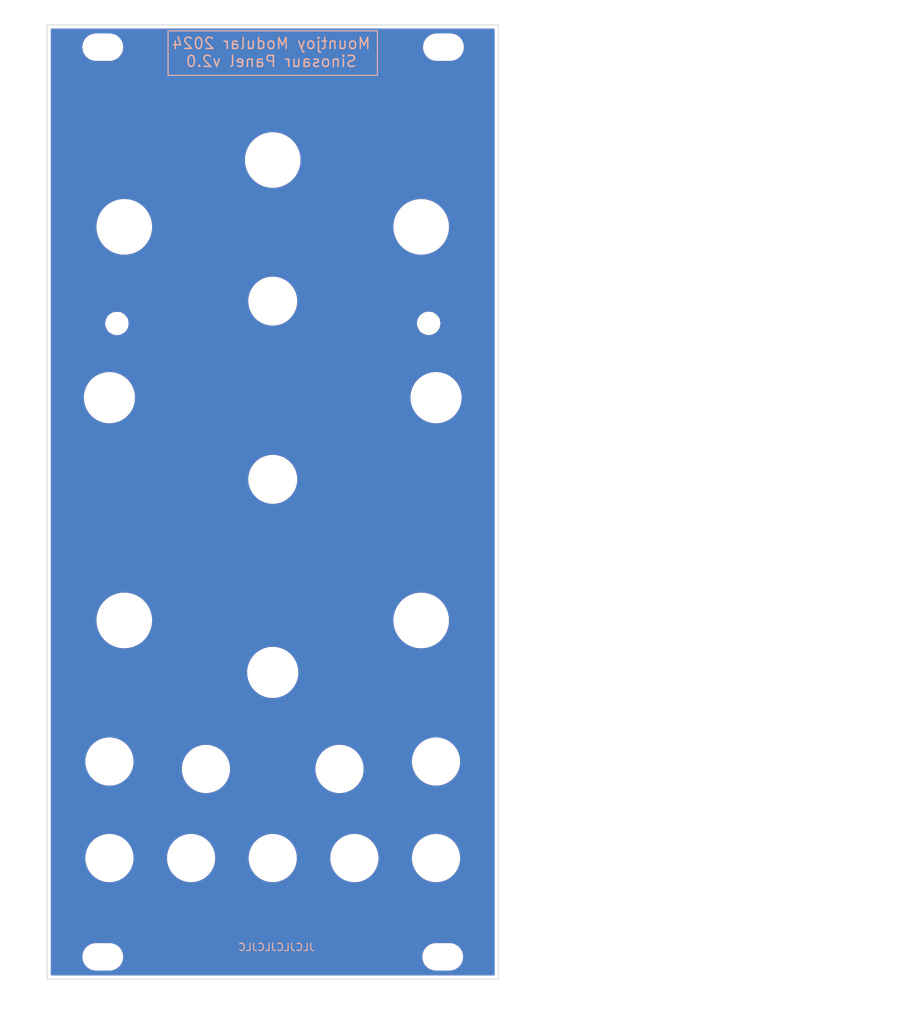
<source format=kicad_pcb>
(kicad_pcb (version 20240108) (generator "pcbnew") (generator_version "8.0")
  (layers (0 "F.Cu" signal) (31 "B.Cu" signal) (34 "B.Paste" user) (35 "F.Paste" user) (36 "B.SilkS" user "B.Silkscreen") (37 "F.SilkS" user "F.Silkscreen") (38 "B.Mask" user) (39 "F.Mask" user) (44 "Edge.Cuts" user))
  (net 0 "")
  (footprint "Custom_Footprints:Alpha_9mm_pot_hole" (layer "F.Cu") (at 110 121)
    (property "Reference" "Ref**" (hide yes))
    (property "Value" "Alpha_9mm_pot_hole" (hide yes))
    (pad "" np_thru_hole circle (at 0 0) (size 7 7) (drill 7) (layers "F&B.Cu" "*.Mask"))
  )
  (footprint "Custom_Footprints:MountingHole_6.1mm" (layer "F.Cu") (at 130 102)
    (property "Reference" "Ref**" (hide yes))
    (property "Value" "Thonkikonn_6.1mm")
    (pad "" np_thru_hole circle (at 0 0) (size 6.1 6.1) (drill 6.1) (layers "F&B.Cu" "*.Mask" "F.SilkS"))
  )
  (footprint "Custom_Footprints:Thonkiconn_Socket_MountingHole_6mm" (layer "F.Cu") (at 139 141 180)
    (property "Reference" "Ref**" (hide yes))
    (property "Value" "Thonkiconn_Socket_MountingHole_6mm")
    (pad "" np_thru_hole circle (at 0 0 180) (size 6 6) (drill 6) (layers "*.Cu" "*.Mask"))
  )
  (footprint "Custom_Footprints:Thonkiconn_Socket_MountingHole_6mm" (layer "F.Cu") (at 108 140 180)
    (property "Reference" "Ref**" (hide yes))
    (property "Value" "Thonkiconn_Socket_MountingHole_6mm")
    (pad "" np_thru_hole circle (at 0 0 180) (size 6 6) (drill 6) (layers "*.Cu" "*.Mask"))
  )
  (footprint "Custom_Footprints:Thonkiconn_Socket_MountingHole_6mm" (layer "F.Cu") (at 121 141 180)
    (property "Reference" "Ref**" (hide yes))
    (property "Value" "Thonkiconn_Socket_MountingHole_6mm")
    (pad "" np_thru_hole circle (at 0 0 180) (size 6 6) (drill 6) (layers "*.Cu" "*.Mask"))
  )
  (footprint "Custom_Footprints:MountingHole_6.1mm" (layer "F.Cu") (at 130 78 90)
    (property "Reference" "Ref**" (hide yes))
    (property "Value" "Thonkikonn_6.1mm")
    (pad "" np_thru_hole circle (at 0 0 90) (size 6.1 6.1) (drill 6.1) (layers "F&B.Cu" "*.Mask" "F.SilkS"))
  )
  (footprint "Custom_Footprints:Alpha_9mm_pot_hole" (layer "F.Cu") (at 150 121 90)
    (property "Reference" "Ref**" (hide yes))
    (property "Value" "Alpha_9mm_pot_hole" (hide yes))
    (pad "" np_thru_hole circle (at 0 0 90) (size 7 7) (drill 7) (layers "F&B.Cu" "*.Mask"))
  )
  (footprint "Custom_Footprints:Thonkiconn_Socket_MountingHole_6mm" (layer "F.Cu") (at 108 153 180)
    (property "Reference" "Ref**" (hide yes))
    (property "Value" "Thonkiconn_Socket_MountingHole_6mm")
    (pad "" np_thru_hole circle (at 0 0 180) (size 6 6) (drill 6) (layers "*.Cu" "*.Mask"))
  )
  (footprint "Custom_Footprints:Oval_Mounting_Hole" (layer "F.Cu") (at 153 43.8)
    (property "Reference" "Ref**" (hide yes))
    (property "Value" "Oval_Mounting_Hole" (hide yes))
    (pad "" np_thru_hole oval (at 0 0) (size 5 3.2) (drill oval 5 3.2) (layers "*.Cu" "*.Mask"))
  )
  (footprint "Custom_Footprints:Thonkiconn_Socket_MountingHole_6mm" (layer "F.Cu") (at 119 153 180)
    (property "Reference" "Ref**" (hide yes))
    (property "Value" "Thonkiconn_Socket_MountingHole_6mm")
    (pad "" np_thru_hole circle (at 0 0 180) (size 6 6) (drill 6) (layers "*.Cu" "*.Mask"))
  )
  (footprint "Custom_Footprints:Alpha_9mm_pot_hole" (layer "F.Cu") (at 150 68)
    (property "Reference" "Ref**" (hide yes))
    (property "Value" "Alpha_9mm_pot_hole" (hide yes))
    (pad "" np_thru_hole circle (at 0 0) (size 7 7) (drill 7) (layers "*.Cu" "*.Mask"))
  )
  (footprint "Custom_Footprints:Thonkiconn_Socket_MountingHole_6mm" (layer "F.Cu") (at 152 153 180)
    (property "Reference" "Ref**" (hide yes))
    (property "Value" "Thonkiconn_Socket_MountingHole_6mm")
    (pad "" np_thru_hole circle (at 0 0 180) (size 6 6) (drill 6) (layers "*.Cu" "*.Mask"))
  )
  (footprint "Custom_Footprints:Thonkiconn_Socket_MountingHole_6mm" (layer "F.Cu") (at 130 153 180)
    (property "Reference" "Ref**" (hide yes))
    (property "Value" "Thonkiconn_Socket_MountingHole_6mm")
    (pad "" np_thru_hole circle (at 0 0 180) (size 6 6) (drill 6) (layers "*.Cu" "*.Mask"))
  )
  (footprint "Custom_Footprints:Oval_Mounting_Hole" (layer "F.Cu") (at 107.1 166.3)
    (property "Reference" "Ref**" (hide yes))
    (property "Value" "Oval_Mounting_Hole" (hide yes))
    (pad "" np_thru_hole oval (at 0 0) (size 5 3.2) (drill oval 5 3.2) (layers "*.Cu" "*.Mask"))
  )
  (footprint "Custom_Footprints:Oval_Mounting_Hole" (layer "F.Cu") (at 152.9 166.3)
    (property "Reference" "Ref**" (hide yes))
    (property "Value" "Oval_Mounting_Hole" (hide yes))
    (pad "" np_thru_hole oval (at 0 0) (size 5 3.2) (drill oval 5 3.2) (layers "*.Cu" "*.Mask"))
  )
  (footprint "Custom_Footprints:Alpha_9mm_pot_hole" (layer "F.Cu") (at 110 68 90)
    (property "Reference" "Ref**" (hide yes))
    (property "Value" "Alpha_9mm_pot_hole" (hide yes))
    (pad "" np_thru_hole circle (at 0 0 90) (size 7 7) (drill 7) (layers "*.Cu" "*.Mask"))
  )
  (footprint "Custom_Footprints:Thonkiconn_Socket_MountingHole_6mm" (layer "F.Cu") (at 152 140 180)
    (property "Reference" "Ref**" (hide yes))
    (property "Value" "Thonkiconn_Socket_MountingHole_6mm")
    (pad "" np_thru_hole circle (at 0 0 180) (size 6 6) (drill 6) (layers "*.Cu" "*.Mask"))
  )
  (footprint "Custom_Footprints:Tall_Trimmer_Hole" (layer "F.Cu") (at 130 128)
    (property "Reference" "Ref**" (hide yes))
    (property "Value" "Tall_Trimmer_Hole" (hide yes))
    (pad "" np_thru_hole circle (at 0 0) (size 6.4 6.4) (drill 6.4) (layers "F&B.Cu" "*.Mask"))
  )
  (footprint "Custom_Footprints:Tall_Trimmer_Hole" (layer "F.Cu") (at 152 91)
    (property "Reference" "Ref**" (hide yes))
    (property "Value" "Tall_Trimmer_Hole" (hide yes))
    (pad "" np_thru_hole circle (at 0 0) (size 6.4 6.4) (drill 6.4) (layers "F&B.Cu" "*.Mask"))
  )
  (footprint "Custom_Footprints:Thonkiconn_Socket_MountingHole_6mm" (layer "F.Cu") (at 141 153 180)
    (property "Reference" "Ref**" (hide yes))
    (property "Value" "Thonkiconn_Socket_MountingHole_6mm")
    (pad "" np_thru_hole circle (at 0 0 180) (size 6 6) (drill 6) (layers "*.Cu" "*.Mask"))
  )
  (footprint "Custom_Footprints:Oval_Mounting_Hole" (layer "F.Cu") (at 107.1 43.8)
    (property "Reference" "Ref**" (hide yes))
    (property "Value" "Oval_Mounting_Hole" (hide yes))
    (pad "" np_thru_hole oval (at 0 0) (size 5 3.2) (drill oval 5 3.2) (layers "*.Cu" "*.Mask"))
  )
  (footprint "Custom_Footprints:Alpha_9mm_pot_hole" (layer "F.Cu") (at 130 59 90)
    (property "Reference" "Ref**" (hide yes))
    (property "Value" "Alpha_9mm_pot_hole" (hide yes))
    (pad "" np_thru_hole circle (at 0 0 90) (size 7 7) (drill 7) (layers "F&B.Cu" "*.Mask"))
  )
  (footprint "Graphics:SpectralistLogo" (layer "F.Cu") (at 130 47)
    (property "Reference" "G***" (hide yes))
    (property "Value" "LOGO" (hide yes))
  )
  (footprint "Custom_Footprints:Tall_Trimmer_Hole" (layer "F.Cu") (at 108 91)
    (property "Reference" "Ref**" (hide yes))
    (property "Value" "Tall_Trimmer_Hole" (hide yes))
    (pad "" np_thru_hole circle (at 0 0) (size 6.4 6.4) (drill 6.4) (layers "F&B.Cu" "*.Mask"))
  )
  (gr_rect (start 115.9 41.6) (end 144.1 47.6) (stroke (width 0.15)) (fill none) (layer "B.SilkS"))
  (gr_rect (start 99.6 40.8) (end 160.4 169.3) (stroke (width 0.1)) (fill none) (layer "Edge.Cuts"))
  (gr_text "JLCJLCJLCJLC" (at 130.5 165 0) (layer "B.SilkS") (effects (font (size 1 1)) (justify mirror)))
  (gr_text "Mountjoy Modular 2024\nSinosaur Panel v2.0" (at 129.8 44.5 0) (layer "B.SilkS") (effects (font (size 1.5 1.5) (thickness 0.2)) (justify mirror)))
  (zone (net 0) (net_name "") (layers "F&B.Cu") (connect_pads (clearance 0)) (min_thickness 0.254) (fill yes (thermal_gap 0.508) (thermal_bridge_width 0.508))
    (polygon (pts (xy 162.6 172.8) (xy 96.6 172.8) (xy 96.6 38.8) (xy 162.6 38.8)))
  )
  (zone (net 0) (net_name "") (layers "F&B.Cu") (connect_pads (clearance 0)) (min_thickness 0.25)
    (keepout (tracks not_allowed) (vias not_allowed) (pads not_allowed) (copperpour not_allowed) (footprints allowed))
    (fill (thermal_gap 0.5) (thermal_bridge_width 0.5))
    (polygon (pts (xy 107.865934 79.882696) (xy 108.40894 79.517991) (xy 108.999999 79.416762) (xy 109.633223 79.518725) (xy 110.130809 79.885953) (xy 110.499441 80.383905) (xy 110.6 81.016762) (xy 110.500523 81.60894) (xy 110.132199 82.148961) (xy 109.633527 82.474406) (xy 109 82.616762) (xy 108.408933 82.474421) (xy 107.868617 82.148145) (xy 107.543026 81.608492) (xy 107.4 81.016762) (xy 107.539505 80.382446)))
  )
  (zone (net 0) (net_name "") (layers "F&B.Cu") (connect_pads (clearance 0)) (min_thickness 0.25)
    (keepout (tracks not_allowed) (vias not_allowed) (pads not_allowed) (copperpour not_allowed) (footprints allowed))
    (fill (thermal_gap 0.5) (thermal_bridge_width 0.5))
    (polygon (pts (xy 149.865934 79.865934) (xy 150.40894 79.501229) (xy 150.999999 79.4) (xy 151.633223 79.501963) (xy 152.130809 79.869191) (xy 152.499441 80.367143) (xy 152.6 81) (xy 152.500523 81.592178) (xy 152.132199 82.132199) (xy 151.633527 82.457644) (xy 151 82.6) (xy 150.408933 82.457659) (xy 149.868617 82.131383) (xy 149.543026 81.59173) (xy 149.4 81) (xy 149.539505 80.365684)))
  )
)
</source>
